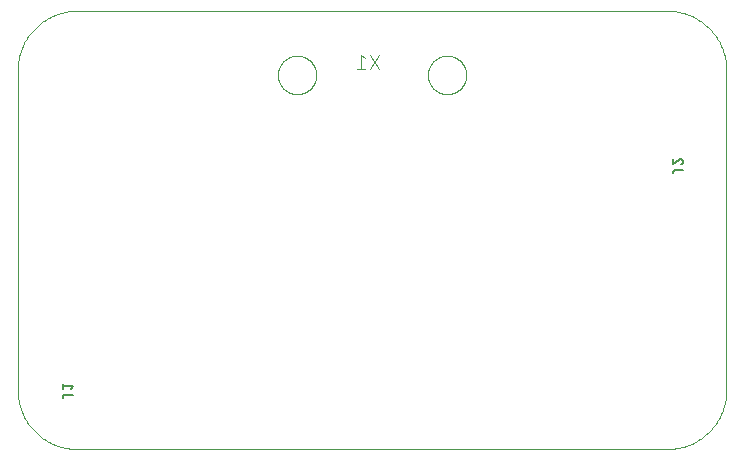
<source format=gbo>
G04 EAGLE Gerber RS-274X export*
G75*
%MOMM*%
%FSLAX34Y34*%
%LPD*%
%INSilk bottom*%
%IPPOS*%
%AMOC8*
5,1,8,0,0,1.08239X$1,22.5*%
G01*
%ADD10C,0.000000*%
%ADD11C,0.152400*%
%ADD12C,0.101600*%


D10*
X0Y321000D02*
X0Y50000D01*
X15Y48792D01*
X58Y47584D01*
X131Y46378D01*
X233Y45174D01*
X365Y43973D01*
X525Y42776D01*
X714Y41582D01*
X931Y40394D01*
X1178Y39211D01*
X1453Y38034D01*
X1756Y36865D01*
X2088Y35703D01*
X2447Y34549D01*
X2834Y33405D01*
X3249Y32270D01*
X3691Y31145D01*
X4160Y30032D01*
X4656Y28930D01*
X5179Y27840D01*
X5727Y26764D01*
X6302Y25701D01*
X6902Y24652D01*
X7527Y23618D01*
X8176Y22599D01*
X8851Y21597D01*
X9549Y20611D01*
X10271Y19642D01*
X11016Y18691D01*
X11784Y17758D01*
X12574Y16844D01*
X13387Y15949D01*
X14220Y15074D01*
X15074Y14220D01*
X15949Y13387D01*
X16844Y12574D01*
X17758Y11784D01*
X18691Y11016D01*
X19642Y10271D01*
X20611Y9549D01*
X21597Y8851D01*
X22599Y8176D01*
X23618Y7527D01*
X24652Y6902D01*
X25701Y6302D01*
X26764Y5727D01*
X27840Y5179D01*
X28930Y4656D01*
X30032Y4160D01*
X31145Y3691D01*
X32270Y3249D01*
X33405Y2834D01*
X34549Y2447D01*
X35703Y2088D01*
X36865Y1756D01*
X38034Y1453D01*
X39211Y1178D01*
X40394Y931D01*
X41582Y714D01*
X42776Y525D01*
X43973Y365D01*
X45174Y233D01*
X46378Y131D01*
X47584Y58D01*
X48792Y15D01*
X50000Y0D01*
X550000Y0D01*
X551208Y15D01*
X552416Y58D01*
X553622Y131D01*
X554826Y233D01*
X556027Y365D01*
X557224Y525D01*
X558418Y714D01*
X559606Y931D01*
X560789Y1178D01*
X561966Y1453D01*
X563135Y1756D01*
X564297Y2088D01*
X565451Y2447D01*
X566595Y2834D01*
X567730Y3249D01*
X568855Y3691D01*
X569968Y4160D01*
X571070Y4656D01*
X572160Y5179D01*
X573236Y5727D01*
X574299Y6302D01*
X575348Y6902D01*
X576382Y7527D01*
X577401Y8176D01*
X578403Y8851D01*
X579389Y9549D01*
X580358Y10271D01*
X581309Y11016D01*
X582242Y11784D01*
X583156Y12574D01*
X584051Y13387D01*
X584926Y14220D01*
X585780Y15074D01*
X586613Y15949D01*
X587426Y16844D01*
X588216Y17758D01*
X588984Y18691D01*
X589729Y19642D01*
X590451Y20611D01*
X591149Y21597D01*
X591824Y22599D01*
X592473Y23618D01*
X593098Y24652D01*
X593698Y25701D01*
X594273Y26764D01*
X594821Y27840D01*
X595344Y28930D01*
X595840Y30032D01*
X596309Y31145D01*
X596751Y32270D01*
X597166Y33405D01*
X597553Y34549D01*
X597912Y35703D01*
X598244Y36865D01*
X598547Y38034D01*
X598822Y39211D01*
X599069Y40394D01*
X599286Y41582D01*
X599475Y42776D01*
X599635Y43973D01*
X599767Y45174D01*
X599869Y46378D01*
X599942Y47584D01*
X599985Y48792D01*
X600000Y50000D01*
X600000Y321000D01*
X599985Y322208D01*
X599942Y323416D01*
X599869Y324622D01*
X599767Y325826D01*
X599635Y327027D01*
X599475Y328224D01*
X599286Y329418D01*
X599069Y330606D01*
X598822Y331789D01*
X598547Y332966D01*
X598244Y334135D01*
X597912Y335297D01*
X597553Y336451D01*
X597166Y337595D01*
X596751Y338730D01*
X596309Y339855D01*
X595840Y340968D01*
X595344Y342070D01*
X594821Y343160D01*
X594273Y344236D01*
X593698Y345299D01*
X593098Y346348D01*
X592473Y347382D01*
X591824Y348401D01*
X591149Y349403D01*
X590451Y350389D01*
X589729Y351358D01*
X588984Y352309D01*
X588216Y353242D01*
X587426Y354156D01*
X586613Y355051D01*
X585780Y355926D01*
X584926Y356780D01*
X584051Y357613D01*
X583156Y358426D01*
X582242Y359216D01*
X581309Y359984D01*
X580358Y360729D01*
X579389Y361451D01*
X578403Y362149D01*
X577401Y362824D01*
X576382Y363473D01*
X575348Y364098D01*
X574299Y364698D01*
X573236Y365273D01*
X572160Y365821D01*
X571070Y366344D01*
X569968Y366840D01*
X568855Y367309D01*
X567730Y367751D01*
X566595Y368166D01*
X565451Y368553D01*
X564297Y368912D01*
X563135Y369244D01*
X561966Y369547D01*
X560789Y369822D01*
X559606Y370069D01*
X558418Y370286D01*
X557224Y370475D01*
X556027Y370635D01*
X554826Y370767D01*
X553622Y370869D01*
X552416Y370942D01*
X551208Y370985D01*
X550000Y371000D01*
X50000Y371000D01*
X48792Y370985D01*
X47584Y370942D01*
X46378Y370869D01*
X45174Y370767D01*
X43973Y370635D01*
X42776Y370475D01*
X41582Y370286D01*
X40394Y370069D01*
X39211Y369822D01*
X38034Y369547D01*
X36865Y369244D01*
X35703Y368912D01*
X34549Y368553D01*
X33405Y368166D01*
X32270Y367751D01*
X31145Y367309D01*
X30032Y366840D01*
X28930Y366344D01*
X27840Y365821D01*
X26764Y365273D01*
X25701Y364698D01*
X24652Y364098D01*
X23618Y363473D01*
X22599Y362824D01*
X21597Y362149D01*
X20611Y361451D01*
X19642Y360729D01*
X18691Y359984D01*
X17758Y359216D01*
X16844Y358426D01*
X15949Y357613D01*
X15074Y356780D01*
X14220Y355926D01*
X13387Y355051D01*
X12574Y354156D01*
X11784Y353242D01*
X11016Y352309D01*
X10271Y351358D01*
X9549Y350389D01*
X8851Y349403D01*
X8176Y348401D01*
X7527Y347382D01*
X6902Y346348D01*
X6302Y345299D01*
X5727Y344236D01*
X5179Y343160D01*
X4656Y342070D01*
X4160Y340968D01*
X3691Y339855D01*
X3249Y338730D01*
X2834Y337595D01*
X2447Y336451D01*
X2088Y335297D01*
X1756Y334135D01*
X1453Y332966D01*
X1178Y331789D01*
X931Y330606D01*
X714Y329418D01*
X525Y328224D01*
X365Y327027D01*
X233Y325826D01*
X131Y324622D01*
X58Y323416D01*
X15Y322208D01*
X0Y321000D01*
D11*
X39971Y46043D02*
X46688Y46043D01*
X39971Y46043D02*
X39885Y46041D01*
X39799Y46035D01*
X39713Y46026D01*
X39628Y46012D01*
X39544Y45995D01*
X39460Y45974D01*
X39378Y45949D01*
X39297Y45921D01*
X39217Y45889D01*
X39138Y45853D01*
X39062Y45814D01*
X38987Y45771D01*
X38914Y45726D01*
X38843Y45677D01*
X38775Y45624D01*
X38708Y45569D01*
X38645Y45511D01*
X38584Y45450D01*
X38526Y45387D01*
X38471Y45320D01*
X38418Y45252D01*
X38369Y45181D01*
X38324Y45108D01*
X38281Y45033D01*
X38242Y44957D01*
X38206Y44878D01*
X38174Y44798D01*
X38146Y44717D01*
X38121Y44635D01*
X38100Y44551D01*
X38083Y44467D01*
X38069Y44382D01*
X38060Y44296D01*
X38054Y44210D01*
X38052Y44124D01*
X38052Y43164D01*
X44769Y50640D02*
X46688Y53039D01*
X38052Y53039D01*
X38052Y50640D02*
X38052Y55438D01*
X556731Y236341D02*
X563448Y236341D01*
X556731Y236341D02*
X556645Y236339D01*
X556559Y236333D01*
X556473Y236324D01*
X556388Y236310D01*
X556304Y236293D01*
X556220Y236272D01*
X556138Y236247D01*
X556057Y236219D01*
X555977Y236187D01*
X555898Y236151D01*
X555822Y236112D01*
X555747Y236069D01*
X555674Y236024D01*
X555603Y235975D01*
X555535Y235922D01*
X555468Y235867D01*
X555405Y235809D01*
X555344Y235748D01*
X555286Y235685D01*
X555231Y235618D01*
X555178Y235550D01*
X555129Y235479D01*
X555084Y235406D01*
X555041Y235331D01*
X555002Y235255D01*
X554966Y235176D01*
X554934Y235096D01*
X554906Y235015D01*
X554881Y234933D01*
X554860Y234849D01*
X554843Y234765D01*
X554829Y234680D01*
X554820Y234594D01*
X554814Y234508D01*
X554812Y234422D01*
X554812Y233462D01*
X563448Y243577D02*
X563446Y243669D01*
X563440Y243760D01*
X563431Y243851D01*
X563417Y243942D01*
X563400Y244032D01*
X563378Y244121D01*
X563353Y244209D01*
X563325Y244296D01*
X563292Y244382D01*
X563256Y244466D01*
X563217Y244549D01*
X563174Y244630D01*
X563127Y244709D01*
X563078Y244786D01*
X563025Y244861D01*
X562969Y244933D01*
X562910Y245003D01*
X562848Y245071D01*
X562783Y245136D01*
X562715Y245198D01*
X562645Y245257D01*
X562573Y245313D01*
X562498Y245366D01*
X562421Y245415D01*
X562342Y245462D01*
X562261Y245505D01*
X562178Y245544D01*
X562094Y245580D01*
X562008Y245613D01*
X561921Y245641D01*
X561833Y245666D01*
X561744Y245688D01*
X561654Y245705D01*
X561563Y245719D01*
X561472Y245728D01*
X561381Y245734D01*
X561289Y245736D01*
X563448Y243577D02*
X563446Y243474D01*
X563440Y243372D01*
X563431Y243270D01*
X563418Y243168D01*
X563401Y243067D01*
X563380Y242966D01*
X563356Y242867D01*
X563327Y242768D01*
X563296Y242671D01*
X563260Y242574D01*
X563222Y242479D01*
X563179Y242386D01*
X563133Y242294D01*
X563084Y242204D01*
X563032Y242116D01*
X562976Y242029D01*
X562917Y241945D01*
X562856Y241864D01*
X562791Y241784D01*
X562723Y241707D01*
X562652Y241632D01*
X562579Y241561D01*
X562503Y241492D01*
X562425Y241425D01*
X562344Y241362D01*
X562261Y241302D01*
X562176Y241245D01*
X562089Y241191D01*
X561999Y241140D01*
X561908Y241093D01*
X561816Y241049D01*
X561721Y241008D01*
X561626Y240971D01*
X561529Y240938D01*
X559610Y245016D02*
X559676Y245083D01*
X559745Y245147D01*
X559816Y245208D01*
X559890Y245266D01*
X559966Y245321D01*
X560044Y245373D01*
X560124Y245422D01*
X560206Y245468D01*
X560290Y245510D01*
X560376Y245549D01*
X560463Y245584D01*
X560551Y245615D01*
X560641Y245643D01*
X560731Y245668D01*
X560823Y245689D01*
X560915Y245706D01*
X561008Y245719D01*
X561101Y245728D01*
X561195Y245734D01*
X561289Y245736D01*
X559610Y245016D02*
X554812Y240938D01*
X554812Y245736D01*
D10*
X220244Y316700D02*
X220249Y317099D01*
X220264Y317498D01*
X220288Y317896D01*
X220322Y318293D01*
X220366Y318690D01*
X220420Y319085D01*
X220483Y319479D01*
X220556Y319871D01*
X220639Y320262D01*
X220731Y320650D01*
X220833Y321036D01*
X220944Y321419D01*
X221064Y321799D01*
X221194Y322176D01*
X221333Y322550D01*
X221481Y322921D01*
X221639Y323288D01*
X221805Y323650D01*
X221980Y324009D01*
X222163Y324363D01*
X222356Y324713D01*
X222557Y325057D01*
X222766Y325397D01*
X222984Y325731D01*
X223209Y326060D01*
X223443Y326384D01*
X223685Y326701D01*
X223934Y327013D01*
X224191Y327318D01*
X224455Y327617D01*
X224727Y327909D01*
X225005Y328195D01*
X225291Y328473D01*
X225583Y328745D01*
X225882Y329009D01*
X226187Y329266D01*
X226499Y329515D01*
X226816Y329757D01*
X227140Y329991D01*
X227469Y330216D01*
X227803Y330434D01*
X228143Y330643D01*
X228487Y330844D01*
X228837Y331037D01*
X229191Y331220D01*
X229550Y331395D01*
X229912Y331561D01*
X230279Y331719D01*
X230650Y331867D01*
X231024Y332006D01*
X231401Y332136D01*
X231781Y332256D01*
X232164Y332367D01*
X232550Y332469D01*
X232938Y332561D01*
X233329Y332644D01*
X233721Y332717D01*
X234115Y332780D01*
X234510Y332834D01*
X234907Y332878D01*
X235304Y332912D01*
X235702Y332936D01*
X236101Y332951D01*
X236500Y332956D01*
X236899Y332951D01*
X237298Y332936D01*
X237696Y332912D01*
X238093Y332878D01*
X238490Y332834D01*
X238885Y332780D01*
X239279Y332717D01*
X239671Y332644D01*
X240062Y332561D01*
X240450Y332469D01*
X240836Y332367D01*
X241219Y332256D01*
X241599Y332136D01*
X241976Y332006D01*
X242350Y331867D01*
X242721Y331719D01*
X243088Y331561D01*
X243450Y331395D01*
X243809Y331220D01*
X244163Y331037D01*
X244513Y330844D01*
X244857Y330643D01*
X245197Y330434D01*
X245531Y330216D01*
X245860Y329991D01*
X246184Y329757D01*
X246501Y329515D01*
X246813Y329266D01*
X247118Y329009D01*
X247417Y328745D01*
X247709Y328473D01*
X247995Y328195D01*
X248273Y327909D01*
X248545Y327617D01*
X248809Y327318D01*
X249066Y327013D01*
X249315Y326701D01*
X249557Y326384D01*
X249791Y326060D01*
X250016Y325731D01*
X250234Y325397D01*
X250443Y325057D01*
X250644Y324713D01*
X250837Y324363D01*
X251020Y324009D01*
X251195Y323650D01*
X251361Y323288D01*
X251519Y322921D01*
X251667Y322550D01*
X251806Y322176D01*
X251936Y321799D01*
X252056Y321419D01*
X252167Y321036D01*
X252269Y320650D01*
X252361Y320262D01*
X252444Y319871D01*
X252517Y319479D01*
X252580Y319085D01*
X252634Y318690D01*
X252678Y318293D01*
X252712Y317896D01*
X252736Y317498D01*
X252751Y317099D01*
X252756Y316700D01*
X252751Y316301D01*
X252736Y315902D01*
X252712Y315504D01*
X252678Y315107D01*
X252634Y314710D01*
X252580Y314315D01*
X252517Y313921D01*
X252444Y313529D01*
X252361Y313138D01*
X252269Y312750D01*
X252167Y312364D01*
X252056Y311981D01*
X251936Y311601D01*
X251806Y311224D01*
X251667Y310850D01*
X251519Y310479D01*
X251361Y310112D01*
X251195Y309750D01*
X251020Y309391D01*
X250837Y309037D01*
X250644Y308687D01*
X250443Y308343D01*
X250234Y308003D01*
X250016Y307669D01*
X249791Y307340D01*
X249557Y307016D01*
X249315Y306699D01*
X249066Y306387D01*
X248809Y306082D01*
X248545Y305783D01*
X248273Y305491D01*
X247995Y305205D01*
X247709Y304927D01*
X247417Y304655D01*
X247118Y304391D01*
X246813Y304134D01*
X246501Y303885D01*
X246184Y303643D01*
X245860Y303409D01*
X245531Y303184D01*
X245197Y302966D01*
X244857Y302757D01*
X244513Y302556D01*
X244163Y302363D01*
X243809Y302180D01*
X243450Y302005D01*
X243088Y301839D01*
X242721Y301681D01*
X242350Y301533D01*
X241976Y301394D01*
X241599Y301264D01*
X241219Y301144D01*
X240836Y301033D01*
X240450Y300931D01*
X240062Y300839D01*
X239671Y300756D01*
X239279Y300683D01*
X238885Y300620D01*
X238490Y300566D01*
X238093Y300522D01*
X237696Y300488D01*
X237298Y300464D01*
X236899Y300449D01*
X236500Y300444D01*
X236101Y300449D01*
X235702Y300464D01*
X235304Y300488D01*
X234907Y300522D01*
X234510Y300566D01*
X234115Y300620D01*
X233721Y300683D01*
X233329Y300756D01*
X232938Y300839D01*
X232550Y300931D01*
X232164Y301033D01*
X231781Y301144D01*
X231401Y301264D01*
X231024Y301394D01*
X230650Y301533D01*
X230279Y301681D01*
X229912Y301839D01*
X229550Y302005D01*
X229191Y302180D01*
X228837Y302363D01*
X228487Y302556D01*
X228143Y302757D01*
X227803Y302966D01*
X227469Y303184D01*
X227140Y303409D01*
X226816Y303643D01*
X226499Y303885D01*
X226187Y304134D01*
X225882Y304391D01*
X225583Y304655D01*
X225291Y304927D01*
X225005Y305205D01*
X224727Y305491D01*
X224455Y305783D01*
X224191Y306082D01*
X223934Y306387D01*
X223685Y306699D01*
X223443Y307016D01*
X223209Y307340D01*
X222984Y307669D01*
X222766Y308003D01*
X222557Y308343D01*
X222356Y308687D01*
X222163Y309037D01*
X221980Y309391D01*
X221805Y309750D01*
X221639Y310112D01*
X221481Y310479D01*
X221333Y310850D01*
X221194Y311224D01*
X221064Y311601D01*
X220944Y311981D01*
X220833Y312364D01*
X220731Y312750D01*
X220639Y313138D01*
X220556Y313529D01*
X220483Y313921D01*
X220420Y314315D01*
X220366Y314710D01*
X220322Y315107D01*
X220288Y315504D01*
X220264Y315902D01*
X220249Y316301D01*
X220244Y316700D01*
X347244Y316700D02*
X347249Y317099D01*
X347264Y317498D01*
X347288Y317896D01*
X347322Y318293D01*
X347366Y318690D01*
X347420Y319085D01*
X347483Y319479D01*
X347556Y319871D01*
X347639Y320262D01*
X347731Y320650D01*
X347833Y321036D01*
X347944Y321419D01*
X348064Y321799D01*
X348194Y322176D01*
X348333Y322550D01*
X348481Y322921D01*
X348639Y323288D01*
X348805Y323650D01*
X348980Y324009D01*
X349163Y324363D01*
X349356Y324713D01*
X349557Y325057D01*
X349766Y325397D01*
X349984Y325731D01*
X350209Y326060D01*
X350443Y326384D01*
X350685Y326701D01*
X350934Y327013D01*
X351191Y327318D01*
X351455Y327617D01*
X351727Y327909D01*
X352005Y328195D01*
X352291Y328473D01*
X352583Y328745D01*
X352882Y329009D01*
X353187Y329266D01*
X353499Y329515D01*
X353816Y329757D01*
X354140Y329991D01*
X354469Y330216D01*
X354803Y330434D01*
X355143Y330643D01*
X355487Y330844D01*
X355837Y331037D01*
X356191Y331220D01*
X356550Y331395D01*
X356912Y331561D01*
X357279Y331719D01*
X357650Y331867D01*
X358024Y332006D01*
X358401Y332136D01*
X358781Y332256D01*
X359164Y332367D01*
X359550Y332469D01*
X359938Y332561D01*
X360329Y332644D01*
X360721Y332717D01*
X361115Y332780D01*
X361510Y332834D01*
X361907Y332878D01*
X362304Y332912D01*
X362702Y332936D01*
X363101Y332951D01*
X363500Y332956D01*
X363899Y332951D01*
X364298Y332936D01*
X364696Y332912D01*
X365093Y332878D01*
X365490Y332834D01*
X365885Y332780D01*
X366279Y332717D01*
X366671Y332644D01*
X367062Y332561D01*
X367450Y332469D01*
X367836Y332367D01*
X368219Y332256D01*
X368599Y332136D01*
X368976Y332006D01*
X369350Y331867D01*
X369721Y331719D01*
X370088Y331561D01*
X370450Y331395D01*
X370809Y331220D01*
X371163Y331037D01*
X371513Y330844D01*
X371857Y330643D01*
X372197Y330434D01*
X372531Y330216D01*
X372860Y329991D01*
X373184Y329757D01*
X373501Y329515D01*
X373813Y329266D01*
X374118Y329009D01*
X374417Y328745D01*
X374709Y328473D01*
X374995Y328195D01*
X375273Y327909D01*
X375545Y327617D01*
X375809Y327318D01*
X376066Y327013D01*
X376315Y326701D01*
X376557Y326384D01*
X376791Y326060D01*
X377016Y325731D01*
X377234Y325397D01*
X377443Y325057D01*
X377644Y324713D01*
X377837Y324363D01*
X378020Y324009D01*
X378195Y323650D01*
X378361Y323288D01*
X378519Y322921D01*
X378667Y322550D01*
X378806Y322176D01*
X378936Y321799D01*
X379056Y321419D01*
X379167Y321036D01*
X379269Y320650D01*
X379361Y320262D01*
X379444Y319871D01*
X379517Y319479D01*
X379580Y319085D01*
X379634Y318690D01*
X379678Y318293D01*
X379712Y317896D01*
X379736Y317498D01*
X379751Y317099D01*
X379756Y316700D01*
X379751Y316301D01*
X379736Y315902D01*
X379712Y315504D01*
X379678Y315107D01*
X379634Y314710D01*
X379580Y314315D01*
X379517Y313921D01*
X379444Y313529D01*
X379361Y313138D01*
X379269Y312750D01*
X379167Y312364D01*
X379056Y311981D01*
X378936Y311601D01*
X378806Y311224D01*
X378667Y310850D01*
X378519Y310479D01*
X378361Y310112D01*
X378195Y309750D01*
X378020Y309391D01*
X377837Y309037D01*
X377644Y308687D01*
X377443Y308343D01*
X377234Y308003D01*
X377016Y307669D01*
X376791Y307340D01*
X376557Y307016D01*
X376315Y306699D01*
X376066Y306387D01*
X375809Y306082D01*
X375545Y305783D01*
X375273Y305491D01*
X374995Y305205D01*
X374709Y304927D01*
X374417Y304655D01*
X374118Y304391D01*
X373813Y304134D01*
X373501Y303885D01*
X373184Y303643D01*
X372860Y303409D01*
X372531Y303184D01*
X372197Y302966D01*
X371857Y302757D01*
X371513Y302556D01*
X371163Y302363D01*
X370809Y302180D01*
X370450Y302005D01*
X370088Y301839D01*
X369721Y301681D01*
X369350Y301533D01*
X368976Y301394D01*
X368599Y301264D01*
X368219Y301144D01*
X367836Y301033D01*
X367450Y300931D01*
X367062Y300839D01*
X366671Y300756D01*
X366279Y300683D01*
X365885Y300620D01*
X365490Y300566D01*
X365093Y300522D01*
X364696Y300488D01*
X364298Y300464D01*
X363899Y300449D01*
X363500Y300444D01*
X363101Y300449D01*
X362702Y300464D01*
X362304Y300488D01*
X361907Y300522D01*
X361510Y300566D01*
X361115Y300620D01*
X360721Y300683D01*
X360329Y300756D01*
X359938Y300839D01*
X359550Y300931D01*
X359164Y301033D01*
X358781Y301144D01*
X358401Y301264D01*
X358024Y301394D01*
X357650Y301533D01*
X357279Y301681D01*
X356912Y301839D01*
X356550Y302005D01*
X356191Y302180D01*
X355837Y302363D01*
X355487Y302556D01*
X355143Y302757D01*
X354803Y302966D01*
X354469Y303184D01*
X354140Y303409D01*
X353816Y303643D01*
X353499Y303885D01*
X353187Y304134D01*
X352882Y304391D01*
X352583Y304655D01*
X352291Y304927D01*
X352005Y305205D01*
X351727Y305491D01*
X351455Y305783D01*
X351191Y306082D01*
X350934Y306387D01*
X350685Y306699D01*
X350443Y307016D01*
X350209Y307340D01*
X349984Y307669D01*
X349766Y308003D01*
X349557Y308343D01*
X349356Y308687D01*
X349163Y309037D01*
X348980Y309391D01*
X348805Y309750D01*
X348639Y310112D01*
X348481Y310479D01*
X348333Y310850D01*
X348194Y311224D01*
X348064Y311601D01*
X347944Y311981D01*
X347833Y312364D01*
X347731Y312750D01*
X347639Y313138D01*
X347556Y313529D01*
X347483Y313921D01*
X347420Y314315D01*
X347366Y314710D01*
X347322Y315107D01*
X347288Y315504D01*
X347264Y315902D01*
X347249Y316301D01*
X347244Y316700D01*
D12*
X305692Y321758D02*
X297903Y333442D01*
X305692Y333442D02*
X297903Y321758D01*
X293613Y330846D02*
X290367Y333442D01*
X290367Y321758D01*
X287122Y321758D02*
X293613Y321758D01*
M02*

</source>
